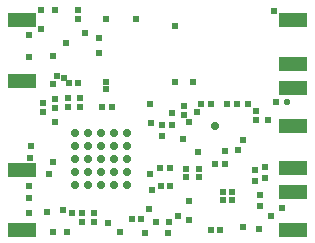
<source format=gbs>
G04*
G04 #@! TF.GenerationSoftware,Altium Limited,Altium Designer,23.3.1 (30)*
G04*
G04 Layer_Color=16711935*
%FSLAX44Y44*%
%MOMM*%
G71*
G04*
G04 #@! TF.SameCoordinates,837CF2E7-3A67-4F18-B0B9-64CBEB55FE63*
G04*
G04*
G04 #@! TF.FilePolarity,Negative*
G04*
G01*
G75*
%ADD68R,2.4032X1.3032*%
%ADD69C,0.6096*%
%ADD70C,0.5588*%
%ADD71C,0.7032*%
D68*
X306070Y147690D02*
D03*
Y111690D02*
D03*
Y236690D02*
D03*
Y199690D02*
D03*
Y91690D02*
D03*
Y179690D02*
D03*
X76200Y185490D02*
D03*
Y109690D02*
D03*
Y236690D02*
D03*
Y59690D02*
D03*
X306070Y59690D02*
D03*
D69*
X285043Y152025D02*
D03*
X111814Y188305D02*
D03*
X147896Y178507D02*
D03*
X208850Y70825D02*
D03*
X99580Y106972D02*
D03*
X104140Y151130D02*
D03*
X119000Y73695D02*
D03*
X184605Y106991D02*
D03*
X289523Y244999D02*
D03*
X130036Y226010D02*
D03*
X92710Y229870D02*
D03*
X106312Y189449D02*
D03*
X83461Y120225D02*
D03*
X97790Y74930D02*
D03*
X82241Y73314D02*
D03*
X248287Y126105D02*
D03*
X296466Y78233D02*
D03*
X152980Y163830D02*
D03*
X104143Y245830D02*
D03*
X92710Y245300D02*
D03*
X144200Y163830D02*
D03*
X190127Y66214D02*
D03*
X212435Y136616D02*
D03*
X218151Y150496D02*
D03*
X225030Y159558D02*
D03*
X201127Y66214D02*
D03*
X184150Y77470D02*
D03*
X110872Y76582D02*
D03*
X114300Y57709D02*
D03*
X102870D02*
D03*
X82420Y86082D02*
D03*
X102910Y116546D02*
D03*
X82331Y96712D02*
D03*
X206220Y232280D02*
D03*
X267970Y166370D02*
D03*
X221220Y184280D02*
D03*
X206220D02*
D03*
X249750Y166370D02*
D03*
X236660D02*
D03*
X228160D02*
D03*
X258250D02*
D03*
X291410Y167640D02*
D03*
X274320Y152020D02*
D03*
Y160020D02*
D03*
X263630Y135699D02*
D03*
X258989Y127209D02*
D03*
X282023Y103704D02*
D03*
X287600Y71120D02*
D03*
X84114Y130810D02*
D03*
X124173Y183659D02*
D03*
X116602D02*
D03*
X113847Y217418D02*
D03*
X102870Y207010D02*
D03*
X102863Y182561D02*
D03*
X82550Y205680D02*
D03*
Y224210D02*
D03*
X124157Y245629D02*
D03*
Y238058D02*
D03*
X141270Y209550D02*
D03*
Y222250D02*
D03*
X172720Y238300D02*
D03*
X147320D02*
D03*
X147196Y184454D02*
D03*
X94308Y158784D02*
D03*
Y166784D02*
D03*
X104642Y170395D02*
D03*
X115165Y171084D02*
D03*
X125172D02*
D03*
X115165Y163084D02*
D03*
X104642Y162395D02*
D03*
X125172Y163084D02*
D03*
X184570Y166370D02*
D03*
X213685Y164357D02*
D03*
X185420Y149860D02*
D03*
X195341Y138771D02*
D03*
X195390Y148590D02*
D03*
X213685Y156314D02*
D03*
X203580Y158750D02*
D03*
X203390Y148590D02*
D03*
X225766Y125730D02*
D03*
X193507Y112074D02*
D03*
X201507D02*
D03*
X194035Y96511D02*
D03*
X202035D02*
D03*
X214890Y111318D02*
D03*
Y103747D02*
D03*
X226320Y111318D02*
D03*
X240100Y115152D02*
D03*
X248100D02*
D03*
X226320Y103747D02*
D03*
X282023Y112704D02*
D03*
X273948Y110185D02*
D03*
Y101142D02*
D03*
X278104Y88932D02*
D03*
Y79889D02*
D03*
X276860Y60248D02*
D03*
X263940Y61800D02*
D03*
X246380Y85090D02*
D03*
X254662Y91436D02*
D03*
X254355Y84438D02*
D03*
X246380Y91440D02*
D03*
X243816Y59690D02*
D03*
X236244D02*
D03*
X217430Y84054D02*
D03*
Y67510D02*
D03*
X200038Y56415D02*
D03*
X169431Y68756D02*
D03*
X177431Y68506D02*
D03*
X180341Y57076D02*
D03*
X159390Y57664D02*
D03*
X148890Y65164D02*
D03*
X137160Y65850D02*
D03*
X127000D02*
D03*
X137160Y73850D02*
D03*
X127000D02*
D03*
X186301Y93323D02*
D03*
D70*
X300410Y167640D02*
D03*
D71*
X240030Y147320D02*
D03*
X121510Y141380D02*
D03*
X132510D02*
D03*
X143510D02*
D03*
X154510D02*
D03*
X165510D02*
D03*
X121510Y130380D02*
D03*
X132510D02*
D03*
X143510D02*
D03*
X154510D02*
D03*
X165510D02*
D03*
X121510Y119380D02*
D03*
X132510D02*
D03*
X143510D02*
D03*
X154510D02*
D03*
X165510D02*
D03*
X121510Y108380D02*
D03*
X132510D02*
D03*
X143510D02*
D03*
X154510D02*
D03*
X165510D02*
D03*
X121510Y97380D02*
D03*
X132510D02*
D03*
X143510D02*
D03*
X154510D02*
D03*
X165510D02*
D03*
M02*

</source>
